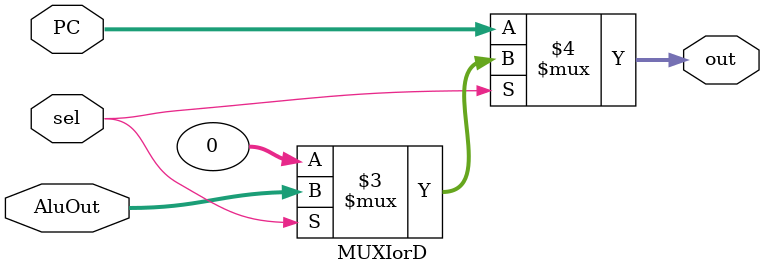
<source format=v>
module MUXIorD (
    input wire [0:0] sel,
    input wire [31:0] PC,
    input wire [31:0] AluOut,
    output wire [31:0] out
);

    assign out =  (sel == 0)? PC :
                (sel == 1)? AluOut :
                32'b00000000000000000000000000000000;

endmodule
</source>
